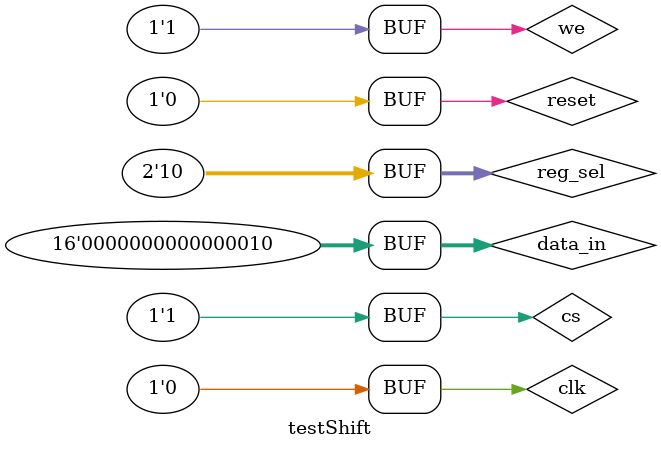
<source format=v>
`timescale 1ns / 1ps


module testShift;

	// Inputs
	reg clk;
	reg reset;
	reg [1:0] reg_sel;
	reg [15:0] data_in;
	reg cs;
	reg we;

	// Outputs
	wire [15:0] data_out;

	// Instantiate the Unit Under Test (UUT)
	ControladorShifter uut (
		.clk(clk), 
		.reset(reset), 
		.reg_sel(reg_sel), 
		.data_in(data_in), 
		.cs(cs), 
		.we(we), 
		.data_out(data_out)
	);
	
	localparam  T=20; // clock period

	always
   begin
      clk = 1'b1;
      #(T/2);
      clk = 1'b0;
      #(T/2);
   end



	initial begin
		// Initialize Inputs
		clk = 0;
		reset = 0;
		reg_sel = 0;
		data_in = 0;
		cs = 1;
		we = 0;

		// Wait 100 ns for global reset to finish
		#100;
      reg_sel = 2'b00;
		data_in = 16'b0000000000000001; //direccion y cantidad, esto es 1 shift left
		we = 1;
		#20;
      reg_sel = 2'b01;
		data_in = 16'b0000000000000010; //numero a shiftear
		we = 1;
		#20;
		reg_sel = 2'b11;
		#100;
		reg_sel = 2'b10;

	end
      
endmodule


</source>
